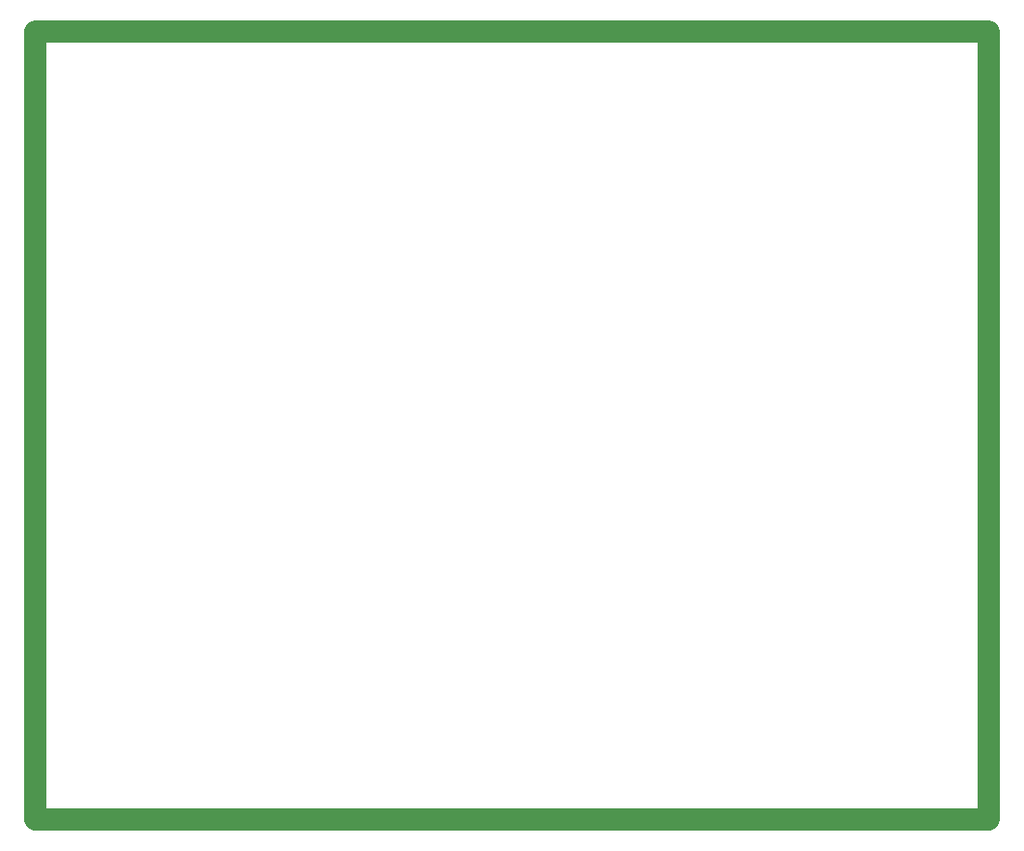
<source format=gko>
G04 Layer_Color=16711935*
%FSAX42Y42*%
%MOMM*%
G71*
G01*
G75*
%ADD10C,2.00*%
D10*
X017600Y010400D02*
X017600Y017600D01*
X008900Y017600D02*
X017600Y017600D01*
X008900Y010400D02*
X008900Y017600D01*
X008900Y010400D02*
X017600Y010400D01*
M02*

</source>
